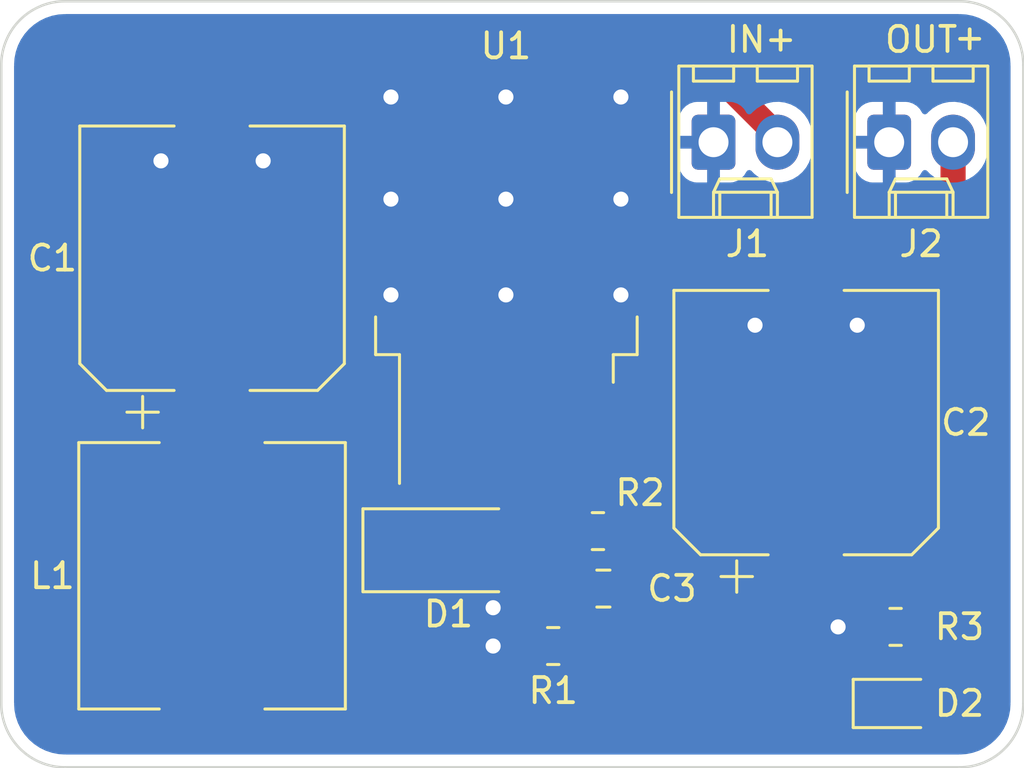
<source format=kicad_pcb>
(kicad_pcb (version 20211014) (generator pcbnew)
  (layers (0 "F.Cu" signal) (31 "B.Cu" signal) (34 "B.Paste" user) (35 "F.Paste" user) (36 "B.SilkS" user "B.Silkscreen") (37 "F.SilkS" user "F.Silkscreen") (38 "B.Mask" user) (39 "F.Mask" user) (44 "Edge.Cuts" user))
  (net 0 "")
  (net 1 "+12V")
  (net 2 "GND")
  (net 3 "+5V")
  (net 4 "Net-(C3-Pad2)")
  (net 5 "Net-(D1-Pad1)")
  (net 6 "Net-(D2-Pad2)")
  (footprint "Inductor_SMD:L_10.4x10.4_H4.8" (layer "F.Cu") (at 64.262 86.36 -90)
    (fp_text reference "L1" (at 0 6.35 180) (layer "F.SilkS"))
    (fp_text value "33uH")
    (fp_line (start 5.3 -5.3) (end 5.3 -2.1) (layer "F.SilkS") (width 0.12))
    (fp_line (start -5.3 -5.3) (end 5.3 -5.3) (layer "F.SilkS") (width 0.12))
    (fp_line (start 5.3 5.3) (end -5.3 5.3) (layer "F.SilkS") (width 0.12))
    (fp_line (start -5.3 5.3) (end -5.3 2.1) (layer "F.SilkS") (width 0.12))
    (fp_line (start -5.3 -2.1) (end -5.3 -5.3) (layer "F.SilkS") (width 0.12))
    (fp_line (start 5.3 2.1) (end 5.3 5.3) (layer "F.SilkS") (width 0.12))
    (pad "1" smd rect locked (at -4.15 0 270) (size 2.7 3.6) (layers "F.Cu" "F.Paste" "F.Mask") (net 5 "Net-(D1-Pad1)"))
    (pad "2" smd rect locked (at 4.15 0 270) (size 2.7 3.6) (layers "F.Cu" "F.Paste" "F.Mask") (net 3 "+5V"))
  )
  (footprint "Diode_SMD:D_SMA" (layer "F.Cu") (at 73.66 85.344)
    (fp_text reference "D1" (at 0 2.54) (layer "F.SilkS"))
    (fp_text value "1N5824")
    (fp_line (start -3.4 -1.65) (end 2 -1.65) (layer "F.SilkS") (width 0.12))
    (fp_line (start -3.4 -1.65) (end -3.4 1.65) (layer "F.SilkS") (width 0.12))
    (fp_line (start -3.4 1.65) (end 2 1.65) (layer "F.SilkS") (width 0.12))
    (pad "1" smd rect locked (at -2 0) (size 2.5 1.8) (layers "F.Cu" "F.Paste" "F.Mask") (net 5 "Net-(D1-Pad1)"))
    (pad "2" smd rect locked (at 2 0) (size 2.5 1.8) (layers "F.Cu" "F.Paste" "F.Mask") (net 2 "GND"))
  )
  (footprint "Package_TO_SOT_SMD:TO-263-5_TabPin3" (layer "F.Cu") (at 75.965 74.61 90)
    (fp_text reference "U1" (at 9.332 -0.019 180) (layer "F.SilkS"))
    (fp_text value "LM2596S-5")
    (fp_line (start -2.95 -5.2) (end -2.95 -4.25) (layer "F.SilkS") (width 0.12))
    (fp_line (start -1.45 -5.2) (end -2.95 -5.2) (layer "F.SilkS") (width 0.12))
    (fp_line (start -2.95 5.2) (end -2.95 4.25) (layer "F.SilkS") (width 0.12))
    (fp_line (start -1.45 5.2) (end -2.95 5.2) (layer "F.SilkS") (width 0.12))
    (fp_line (start -2.95 -4.25) (end -8.075 -4.25) (layer "F.SilkS") (width 0.12))
    (fp_line (start -2.95 4.25) (end -4.05 4.25) (layer "F.SilkS") (width 0.12))
    (pad "1" smd rect locked (at -5.775 -3.4 90) (size 4.6 1.1) (layers "F.Cu" "F.Paste" "F.Mask") (net 1 "+12V"))
    (pad "2" smd rect locked (at -5.775 -1.7 90) (size 4.6 1.1) (layers "F.Cu" "F.Paste" "F.Mask") (net 5 "Net-(D1-Pad1)"))
    (pad "3" smd rect locked (at -5.775 0 90) (size 4.6 1.1) (layers "F.Cu" "F.Paste" "F.Mask") (net 2 "GND"))
    (pad "3" smd rect locked (at 3.375 0 90) (size 9.4 10.8) (layers "F.Cu" "F.Mask") (net 2 "GND"))
    (pad "4" smd rect locked (at -5.775 1.7 90) (size 4.6 1.1) (layers "F.Cu" "F.Paste" "F.Mask") (net 4 "Net-(C3-Pad2)"))
    (pad "5" smd rect locked (at -5.775 3.4 90) (size 4.6 1.1) (layers "F.Cu" "F.Paste" "F.Mask") (net 2 "GND"))
  )
  (footprint "Resistor_SMD:R_0805_2012Metric" (layer "F.Cu") (at 77.8275 89.154 180)
    (fp_text reference "R1" (at 0 -1.778) (layer "F.SilkS"))
    (fp_text value "1K")
    (fp_line (start -0.227064 0.735) (end 0.227064 0.735) (layer "F.SilkS") (width 0.12))
    (fp_line (start -0.227064 -0.735) (end 0.227064 -0.735) (layer "F.SilkS") (width 0.12))
    (pad "1" smd roundrect locked (at -0.9125 0 180) (size 1.025 1.4) (layers "F.Cu" "F.Paste" "F.Mask") (roundrect_rratio 0.243902439) (net 4 "Net-(C3-Pad2)"))
    (pad "2" smd roundrect locked (at 0.9125 0 180) (size 1.025 1.4) (layers "F.Cu" "F.Paste" "F.Mask") (roundrect_rratio 0.243902439) (net 2 "GND"))
  )
  (footprint "Connector_Molex:Molex_KK-254_AE-6410-02A_1x02_P2.54mm_Vertical" (layer "F.Cu") (at 84.201 69.108)
    (fp_text reference "J1" (at 1.3462 4.044) (layer "F.SilkS"))
    (fp_text value "IN" (at 1.2954 -4.084) (layer "F.SilkS"))
    (fp_line (start 1.74 -3.03) (end 1.74 -2.43) (layer "F.SilkS") (width 0.12))
    (fp_line (start 3.92 -3.03) (end -1.38 -3.03) (layer "F.SilkS") (width 0.12))
    (fp_line (start 3.92 2.99) (end 3.92 -3.03) (layer "F.SilkS") (width 0.12))
    (fp_line (start 0.25 2.99) (end 0.25 1.99) (layer "F.SilkS") (width 0.12))
    (fp_line (start 2.29 1.46) (end 2.54 1.99) (layer "F.SilkS") (width 0.12))
    (fp_line (start -1.38 2.99) (end 3.92 2.99) (layer "F.SilkS") (width 0.12))
    (fp_line (start 0.8 -2.43) (end 0.8 -3.03) (layer "F.SilkS") (width 0.12))
    (fp_line (start -0.8 -2.43) (end 0.8 -2.43) (layer "F.SilkS") (width 0.12))
    (fp_line (start -1.67 -2) (end -1.67 2) (layer "F.SilkS") (width 0.12))
    (fp_line (start 3.34 -2.43) (end 3.34 -3.03) (layer "F.SilkS") (width 0.12))
    (fp_line (start 1.74 -2.43) (end 3.34 -2.43) (layer "F.SilkS") (width 0.12))
    (fp_line (start 2.54 1.99) (end 2.54 2.99) (layer "F.SilkS") (width 0.12))
    (fp_line (start -0.8 -3.03) (end -0.8 -2.43) (layer "F.SilkS") (width 0.12))
    (fp_line (start 0 2.99) (end 0 1.99) (layer "F.SilkS") (width 0.12))
    (fp_line (start 0 1.99) (end 0.25 1.46) (layer "F.SilkS") (width 0.12))
    (fp_line (start 2.29 2.99) (end 2.29 1.99) (layer "F.SilkS") (width 0.12))
    (fp_line (start 0.25 1.46) (end 2.29 1.46) (layer "F.SilkS") (width 0.12))
    (fp_line (start -1.38 -3.03) (end -1.38 2.99) (layer "F.SilkS") (width 0.12))
    (fp_line (start 0 1.99) (end 2.54 1.99) (layer "F.SilkS") (width 0.12))
    (pad "1" thru_hole roundrect locked (at 0 0) (size 1.74 2.19) (drill 1.19) (layers *.Cu *.Mask) (roundrect_rratio 0.1436781609) (net 2 "GND"))
    (pad "2" thru_hole oval locked (at 2.54 0) (size 1.74 2.19) (drill 1.19) (layers *.Cu *.Mask) (net 1 "+12V"))
  )
  (footprint "Resistor_SMD:R_0805_2012Metric" (layer "F.Cu") (at 91.44 88.392 180)
    (fp_text reference "R3" (at -2.54 0) (layer "F.SilkS"))
    (fp_text value "220")
    (fp_line (start -0.227064 -0.735) (end 0.227064 -0.735) (layer "F.SilkS") (width 0.12))
    (fp_line (start -0.227064 0.735) (end 0.227064 0.735) (layer "F.SilkS") (width 0.12))
    (pad "1" smd roundrect locked (at -0.9125 0 180) (size 1.025 1.4) (layers "F.Cu" "F.Paste" "F.Mask") (roundrect_rratio 0.243902439) (net 6 "Net-(D2-Pad2)"))
    (pad "2" smd roundrect locked (at 0.9125 0 180) (size 1.025 1.4) (layers "F.Cu" "F.Paste" "F.Mask") (roundrect_rratio 0.243902439) (net 2 "GND"))
  )
  (footprint "Connector_Molex:Molex_KK-254_AE-6410-02A_1x02_P2.54mm_Vertical" (layer "F.Cu") (at 91.186 69.108)
    (fp_text reference "J2" (at 1.27 4.044) (layer "F.SilkS"))
    (fp_text value "OUT" (at 1.27 -4.084) (layer "F.SilkS"))
    (fp_line (start -1.67 -2) (end -1.67 2) (layer "F.SilkS") (width 0.12))
    (fp_line (start 2.29 1.46) (end 2.54 1.99) (layer "F.SilkS") (width 0.12))
    (fp_line (start 2.29 2.99) (end 2.29 1.99) (layer "F.SilkS") (width 0.12))
    (fp_line (start 0.25 2.99) (end 0.25 1.99) (layer "F.SilkS") (width 0.12))
    (fp_line (start 2.54 1.99) (end 2.54 2.99) (layer "F.SilkS") (width 0.12))
    (fp_line (start -0.8 -2.43) (end 0.8 -2.43) (layer "F.SilkS") (width 0.12))
    (fp_line (start -1.38 -3.03) (end -1.38 2.99) (layer "F.SilkS") (width 0.12))
    (fp_line (start 0.8 -2.43) (end 0.8 -3.03) (layer "F.SilkS") (width 0.12))
    (fp_line (start 1.74 -3.03) (end 1.74 -2.43) (layer "F.SilkS") (width 0.12))
    (fp_line (start 0 1.99) (end 2.54 1.99) (layer "F.SilkS") (width 0.12))
    (fp_line (start 3.92 2.99) (end 3.92 -3.03) (layer "F.SilkS") (width 0.12))
    (fp_line (start 1.74 -2.43) (end 3.34 -2.43) (layer "F.SilkS") (width 0.12))
    (fp_line (start -1.38 2.99) (end 3.92 2.99) (layer "F.SilkS") (width 0.12))
    (fp_line (start 0 2.99) (end 0 1.99) (layer "F.SilkS") (width 0.12))
    (fp_line (start 3.34 -2.43) (end 3.34 -3.03) (layer "F.SilkS") (width 0.12))
    (fp_line (start 0.25 1.46) (end 2.29 1.46) (layer "F.SilkS") (width 0.12))
    (fp_line (start -0.8 -3.03) (end -0.8 -2.43) (layer "F.SilkS") (width 0.12))
    (fp_line (start 0 1.99) (end 0.25 1.46) (layer "F.SilkS") (width 0.12))
    (fp_line (start 3.92 -3.03) (end -1.38 -3.03) (layer "F.SilkS") (width 0.12))
    (pad "1" thru_hole roundrect locked (at 0 0) (size 1.74 2.19) (drill 1.19) (layers *.Cu *.Mask) (roundrect_rratio 0.1436781609) (net 2 "GND"))
    (pad "2" thru_hole oval locked (at 2.54 0) (size 1.74 2.19) (drill 1.19) (layers *.Cu *.Mask) (net 3 "+5V"))
  )
  (footprint "Capacitor_SMD:CP_Elec_10x10" (layer "F.Cu") (at 87.884 80.264 90)
    (fp_text reference "C2" (at 0 6.35 180) (layer "F.SilkS"))
    (fp_text value "220uF")
    (fp_line (start -4.195563 5.26) (end 5.26 5.26) (layer "F.SilkS") (width 0.12))
    (fp_line (start -6.75 -2.76) (end -5.5 -2.76) (layer "F.SilkS") (width 0.12))
    (fp_line (start 5.26 5.26) (end 5.26 1.51) (layer "F.SilkS") (width 0.12))
    (fp_line (start -5.26 -4.195563) (end -5.26 -1.51) (layer "F.SilkS") (width 0.12))
    (fp_line (start -5.26 4.195563) (end -4.195563 5.26) (layer "F.SilkS") (width 0.12))
    (fp_line (start -5.26 -4.195563) (end -4.195563 -5.26) (layer "F.SilkS") (width 0.12))
    (fp_line (start 5.26 -5.26) (end 5.26 -1.51) (layer "F.SilkS") (width 0.12))
    (fp_line (start -6.125 -3.385) (end -6.125 -2.135) (layer "F.SilkS") (width 0.12))
    (fp_line (start -4.195563 -5.26) (end 5.26 -5.26) (layer "F.SilkS") (width 0.12))
    (fp_line (start -5.26 4.195563) (end -5.26 1.51) (layer "F.SilkS") (width 0.12))
    (pad "1" smd roundrect locked (at -4 0 90) (size 4 2.5) (layers "F.Cu" "F.Paste" "F.Mask") (roundrect_rratio 0.1) (net 3 "+5V"))
    (pad "2" smd roundrect locked (at 4 0 90) (size 4 2.5) (layers "F.Cu" "F.Paste" "F.Mask") (roundrect_rratio 0.1) (net 2 "GND"))
  )
  (footprint "Capacitor_SMD:C_0805_2012Metric" (layer "F.Cu") (at 79.822 86.868 180)
    (fp_text reference "C3" (at -2.728 0) (layer "F.SilkS"))
    (fp_text value "15nF")
    (fp_line (start -0.261252 0.735) (end 0.261252 0.735) (layer "F.SilkS") (width 0.12))
    (fp_line (start -0.261252 -0.735) (end 0.261252 -0.735) (layer "F.SilkS") (width 0.12))
    (pad "1" smd roundrect locked (at -0.95 0 180) (size 1 1.45) (layers "F.Cu" "F.Paste" "F.Mask") (net 3 "+5V"))
    (pad "2" smd roundrect locked (at 0.95 0 180) (size 1 1.45) (layers "F.Cu" "F.Paste" "F.Mask") (net 4 "Net-(C3-Pad2)"))
  )
  (footprint "LED_SMD:LED_0805_2012Metric" (layer "F.Cu") (at 91.44 91.44)
    (fp_text reference "D2" (at 2.54 0) (layer "F.SilkS"))
    (fp_text value "LED")
    (fp_line (start -1.685 -0.96) (end -1.685 0.96) (layer "F.SilkS") (width 0.12))
    (fp_line (start 1 -0.96) (end -1.685 -0.96) (layer "F.SilkS") (width 0.12))
    (fp_line (start -1.685 0.96) (end 1 0.96) (layer "F.SilkS") (width 0.12))
    (pad "1" smd roundrect locked (at -0.9375 0) (size 0.975 1.4) (layers "F.Cu" "F.Paste" "F.Mask") (net 3 "+5V"))
    (pad "2" smd roundrect locked (at 0.9375 0) (size 0.975 1.4) (layers "F.Cu" "F.Paste" "F.Mask") (net 6 "Net-(D2-Pad2)"))
  )
  (footprint "Resistor_SMD:R_0805_2012Metric" (layer "F.Cu") (at 79.6055 84.582 180)
    (fp_text reference "R2" (at -1.6745 1.524) (layer "F.SilkS"))
    (fp_text value "3K")
    (fp_line (start -0.227064 -0.735) (end 0.227064 -0.735) (layer "F.SilkS") (width 0.12))
    (fp_line (start -0.227064 0.735) (end 0.227064 0.735) (layer "F.SilkS") (width 0.12))
    (pad "1" smd roundrect locked (at -0.9125 0 180) (size 1.025 1.4) (layers "F.Cu" "F.Paste" "F.Mask") (roundrect_rratio 0.243902439) (net 3 "+5V"))
    (pad "2" smd roundrect locked (at 0.9125 0 180) (size 1.025 1.4) (layers "F.Cu" "F.Paste" "F.Mask") (roundrect_rratio 0.243902439) (net 4 "Net-(C3-Pad2)"))
  )
  (footprint "Capacitor_SMD:CP_Elec_10x10" (layer "F.Cu") (at 64.262 73.724 90)
    (fp_text reference "C1" (at 0 -6.35 180) (layer "F.SilkS"))
    (fp_text value "100uF")
    (fp_line (start 5.26 -5.26) (end 5.26 -1.51) (layer "F.SilkS") (width 0.12))
    (fp_line (start -6.125 -3.385) (end -6.125 -2.135) (layer "F.SilkS") (width 0.12))
    (fp_line (start -4.195563 -5.26) (end 5.26 -5.26) (layer "F.SilkS") (width 0.12))
    (fp_line (start -5.26 4.195563) (end -5.26 1.51) (layer "F.SilkS") (width 0.12))
    (fp_line (start 5.26 5.26) (end 5.26 1.51) (layer "F.SilkS") (width 0.12))
    (fp_line (start -5.26 -4.195563) (end -4.195563 -5.26) (layer "F.SilkS") (width 0.12))
    (fp_line (start -5.26 -4.195563) (end -5.26 -1.51) (layer "F.SilkS") (width 0.12))
    (fp_line (start -4.195563 5.26) (end 5.26 5.26) (layer "F.SilkS") (width 0.12))
    (fp_line (start -5.26 4.195563) (end -4.195563 5.26) (layer "F.SilkS") (width 0.12))
    (fp_line (start -6.75 -2.76) (end -5.5 -2.76) (layer "F.SilkS") (width 0.12))
    (pad "1" smd roundrect locked (at -4 0 90) (size 4 2.5) (layers "F.Cu" "F.Paste" "F.Mask") (roundrect_rratio 0.1) (net 1 "+12V"))
    (pad "2" smd roundrect locked (at 4 0 90) (size 4 2.5) (layers "F.Cu" "F.Paste" "F.Mask") (roundrect_rratio 0.1) (net 2 "GND"))
  )
  (gr_line (start 55.88 91.44) (end 55.88 66.04) (layer "Edge.Cuts") (width 0.1))
  (gr_line (start 96.52 66.04) (end 96.52 91.44) (layer "Edge.Cuts") (width 0.1))
  (gr_arc (start 96.52 91.44) (mid 95.776051 93.236051) (end 93.98 93.98) (layer "Edge.Cuts") (width 0.1))
  (gr_arc (start 93.98 63.5) (mid 95.776051 64.243949) (end 96.52 66.04) (layer "Edge.Cuts") (width 0.1))
  (gr_line (start 93.98 93.98) (end 58.42 93.98) (layer "Edge.Cuts") (width 0.1))
  (gr_line (start 58.42 63.5) (end 93.98 63.5) (layer "Edge.Cuts") (width 0.1))
  (gr_arc (start 55.879999 66.039999) (mid 56.623948 64.243948) (end 58.419999 63.499999) (layer "Edge.Cuts") (width 0.1))
  (gr_arc (start 58.42 93.98) (mid 56.623949 93.236051) (end 55.88 91.44) (layer "Edge.Cuts") (width 0.1))
  (gr_text "+" (at 94.3864 64.9224) (layer "F.SilkS") (effects (font (size 1 1))))
  (gr_text "+" (at 86.868 64.9732) (layer "F.SilkS") (effects (font (size 1 1))))
  (segment (start 69.904 77.724) (end 72.565 80.385) (width 1) (layer "F.Cu") (net 1))
  (segment (start 67.564 74.422) (end 64.262 77.724) (width 1) (layer "F.Cu") (net 1))
  (segment (start 83.432824 65.532) (end 70.168978 65.532) (width 1) (layer "F.Cu") (net 1))
  (segment (start 70.168978 65.532) (end 67.564 68.136978) (width 1) (layer "F.Cu") (net 1))
  (segment (start 67.564 68.136978) (end 67.564 74.422) (width 1) (layer "F.Cu") (net 1))
  (segment (start 86.741 68.840176) (end 83.432824 65.532) (width 1) (layer "F.Cu") (net 1))
  (segment (start 64.262 77.724) (end 69.904 77.724) (width 1) (layer "F.Cu") (net 1))
  (segment (start 86.741 69.108) (end 86.741 68.840176) (width 1) (layer "F.Cu") (net 1))
  (segment (start 85.978 76.264) (end 85.852 76.39) (width 1) (layer "F.Cu") (net 2))
  (segment (start 64.262 69.724) (end 62.356 69.724) (width 1) (layer "F.Cu") (net 2))
  (segment (start 75.965 80.385) (end 75.965 71.235) (width 1) (layer "F.Cu") (net 2))
  (segment (start 66.168 69.724) (end 64.262 69.724) (width 1) (layer "F.Cu") (net 2))
  (segment (start 76.06 87.008) (end 75.438 87.63) (width 1) (layer "F.Cu") (net 2))
  (segment (start 87.884 76.264) (end 85.978 76.264) (width 1) (layer "F.Cu") (net 2))
  (segment (start 79.365 80.385) (end 79.365 74.635) (width 1) (layer "F.Cu") (net 2))
  (segment (start 76.915 89.154) (end 75.438 89.154) (width 1) (layer "F.Cu") (net 2))
  (segment (start 66.294 69.85) (end 66.168 69.724) (width 1) (layer "F.Cu") (net 2))
  (segment (start 90.5275 88.392) (end 89.154 88.392) (width 1) (layer "F.Cu") (net 2))
  (segment (start 87.884 76.264) (end 89.79 76.264) (width 1) (layer "F.Cu") (net 2))
  (segment (start 75.438 87.63) (end 75.438 89.154) (width 1) (layer "F.Cu") (net 2))
  (segment (start 62.356 69.724) (end 62.23 69.85) (width 1) (layer "F.Cu") (net 2))
  (segment (start 79.365 74.635) (end 75.965 71.235) (width 1) (layer "F.Cu") (net 2))
  (segment (start 89.79 76.264) (end 89.916 76.39) (width 1) (layer "F.Cu") (net 2))
  (segment (start 76.06 85.344) (end 76.06 87.008) (width 1) (layer "F.Cu") (net 2))
  (via (at 75.946 75.184) (size 1) (drill 0.6) (layers "F.Cu" "B.Cu") (net 2))
  (via (at 75.438 87.63) (size 1) (drill 0.6) (layers "F.Cu" "B.Cu") (net 2))
  (via (at 89.154 88.392) (size 1) (drill 0.6) (layers "F.Cu" "B.Cu") (net 2))
  (via (at 89.916 76.39) (size 1) (drill 0.6) (layers "F.Cu" "B.Cu") (net 2))
  (via (at 71.374 75.184) (size 1) (drill 0.6) (layers "F.Cu" "B.Cu") (net 2))
  (via (at 75.438 89.154) (size 1) (drill 0.6) (layers "F.Cu" "B.Cu") (net 2))
  (via (at 71.374 67.31) (size 1) (drill 0.6) (layers "F.Cu" "B.Cu") (net 2))
  (via (at 62.23 69.85) (size 1) (drill 0.6) (layers "F.Cu" "B.Cu") (net 2))
  (via (at 85.852 76.39) (size 1) (drill 0.6) (layers "F.Cu" "B.Cu") (net 2))
  (via (at 75.946 67.31) (size 1) (drill 0.6) (layers "F.Cu" "B.Cu") (net 2))
  (via (at 75.946 71.374) (size 1) (drill 0.6) (layers "F.Cu" "B.Cu") (net 2))
  (via (at 80.518 67.31) (size 1) (drill 0.6) (layers "F.Cu" "B.Cu") (net 2))
  (via (at 80.518 75.184) (size 1) (drill 0.6) (layers "F.Cu" "B.Cu") (net 2))
  (via (at 66.294 69.85) (size 1) (drill 0.6) (layers "F.Cu" "B.Cu") (net 2))
  (via (at 71.374 71.374) (size 1) (drill 0.6) (layers "F.Cu" "B.Cu") (net 2))
  (via (at 80.518 71.374) (size 1) (drill 0.6) (layers "F.Cu" "B.Cu") (net 2))
  (segment (start 80.518 86.614) (end 80.772 86.868) (width 1) (layer "F.Cu") (net 3))
  (segment (start 64.262 90.51) (end 65.192 91.44) (width 1) (layer "F.Cu") (net 3))
  (segment (start 87.566 84.582) (end 87.884 84.264) (width 1) (layer "F.Cu") (net 3))
  (segment (start 93.726 78.422) (end 87.884 84.264) (width 1) (layer "F.Cu") (net 3))
  (segment (start 80.518 84.582) (end 80.518 86.614) (width 1) (layer "F.Cu") (net 3))
  (segment (start 65.192 91.44) (end 81.026 91.44) (width 1) (layer "F.Cu") (net 3))
  (segment (start 80.772 91.186) (end 81.026 91.44) (width 1) (layer "F.Cu") (net 3))
  (segment (start 80.772 86.868) (end 80.772 91.186) (width 1) (layer "F.Cu") (net 3))
  (segment (start 80.518 84.582) (end 87.566 84.582) (width 1) (layer "F.Cu") (net 3))
  (segment (start 93.726 69.108) (end 93.726 78.422) (width 1) (layer "F.Cu") (net 3))
  (segment (start 81.026 91.44) (end 90.5025 91.44) (width 1) (layer "F.Cu") (net 3))
  (segment (start 77.665 83.554) (end 78.693 84.582) (width 1) (layer "F.Cu") (net 4))
  (segment (start 78.693 89.107) (end 78.74 89.154) (width 1) (layer "F.Cu") (net 4))
  (segment (start 78.693 84.582) (end 78.693 89.107) (width 1) (layer "F.Cu") (net 4))
  (segment (start 77.665 80.385) (end 77.665 83.554) (width 1) (layer "F.Cu") (net 4))
  (segment (start 68.126 82.21) (end 64.262 82.21) (width 1) (layer "F.Cu") (net 5))
  (segment (start 74.265 83.215) (end 72.136 85.344) (width 1) (layer "F.Cu") (net 5))
  (segment (start 74.265 80.385) (end 74.265 83.215) (width 1) (layer "F.Cu") (net 5))
  (segment (start 71.26 85.344) (end 68.126 82.21) (width 1) (layer "F.Cu") (net 5))
  (segment (start 72.136 85.344) (end 71.26 85.344) (width 1) (layer "F.Cu") (net 5))
  (segment (start 92.3775 91.44) (end 92.3775 88.417) (width 1) (layer "F.Cu") (net 6))
  (segment (start 92.3775 88.417) (end 92.3525 88.392) (width 1) (layer "F.Cu") (net 6))
  (zone (net 2) (net_name "GND") (layer "B.Cu") (connect_pads (clearance 0.508)) (min_thickness 0.254) (fill yes (thermal_gap 0.508) (thermal_bridge_width 0.508))
    (polygon (pts (xy 96.52 93.98) (xy 55.88 93.98) (xy 55.88 63.5) (xy 96.52 63.5)))
  )
)
</source>
